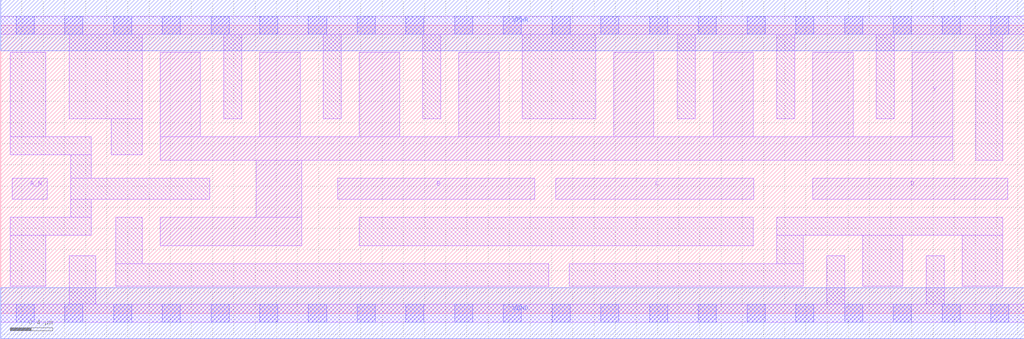
<source format=lef>
# Copyright 2020 The SkyWater PDK Authors
#
# Licensed under the Apache License, Version 2.0 (the "License");
# you may not use this file except in compliance with the License.
# You may obtain a copy of the License at
#
#     https://www.apache.org/licenses/LICENSE-2.0
#
# Unless required by applicable law or agreed to in writing, software
# distributed under the License is distributed on an "AS IS" BASIS,
# WITHOUT WARRANTIES OR CONDITIONS OF ANY KIND, either express or implied.
# See the License for the specific language governing permissions and
# limitations under the License.
#
# SPDX-License-Identifier: Apache-2.0

VERSION 5.7 ;
BUSBITCHARS "[]" ;
DIVIDERCHAR "/" ;
PROPERTYDEFINITIONS
  MACRO maskLayoutSubType STRING ;
  MACRO prCellType STRING ;
  MACRO originalViewName STRING ;
END PROPERTYDEFINITIONS
MACRO sky130_fd_sc_hdll__nand4b_4
  ORIGIN  0.000000  0.000000 ;
  CLASS CORE ;
  SYMMETRY X Y R90 ;
  SIZE  9.660000 BY  2.720000 ;
  SITE unithd ;
  PIN A_N
    ANTENNAGATEAREA  0.277500 ;
    DIRECTION INPUT ;
    USE SIGNAL ;
    PORT
      LAYER li1 ;
        RECT 0.110000 1.075000 0.440000 1.275000 ;
    END
  END A_N
  PIN B
    ANTENNAGATEAREA  1.110000 ;
    DIRECTION INPUT ;
    USE SIGNAL ;
    PORT
      LAYER li1 ;
        RECT 3.180000 1.075000 5.040000 1.275000 ;
    END
  END B
  PIN C
    ANTENNAGATEAREA  1.110000 ;
    DIRECTION INPUT ;
    USE SIGNAL ;
    PORT
      LAYER li1 ;
        RECT 5.240000 1.075000 7.110000 1.275000 ;
    END
  END C
  PIN D
    ANTENNAGATEAREA  1.110000 ;
    DIRECTION INPUT ;
    USE SIGNAL ;
    PORT
      LAYER li1 ;
        RECT 7.665000 1.075000 9.505000 1.275000 ;
    END
  END D
  PIN Y
    ANTENNADIFFAREA  2.736000 ;
    DIRECTION OUTPUT ;
    USE SIGNAL ;
    PORT
      LAYER li1 ;
        RECT 1.505000 0.635000 2.840000 0.905000 ;
        RECT 1.505000 1.445000 8.985000 1.665000 ;
        RECT 1.505000 1.665000 1.885000 2.465000 ;
        RECT 2.410000 0.905000 2.840000 1.445000 ;
        RECT 2.445000 1.665000 2.825000 2.465000 ;
        RECT 3.385000 1.665000 3.765000 2.465000 ;
        RECT 4.325000 1.665000 4.705000 2.465000 ;
        RECT 5.785000 1.665000 6.165000 2.465000 ;
        RECT 6.725000 1.665000 7.105000 2.465000 ;
        RECT 7.665000 1.665000 8.045000 2.465000 ;
        RECT 8.605000 1.665000 8.985000 2.465000 ;
    END
  END Y
  PIN VGND
    DIRECTION INOUT ;
    USE GROUND ;
    PORT
      LAYER met1 ;
        RECT 0.000000 -0.240000 9.660000 0.240000 ;
    END
  END VGND
  PIN VPWR
    DIRECTION INOUT ;
    USE POWER ;
    PORT
      LAYER met1 ;
        RECT 0.000000 2.480000 9.660000 2.960000 ;
    END
  END VPWR
  OBS
    LAYER li1 ;
      RECT 0.000000 -0.085000 9.660000 0.085000 ;
      RECT 0.000000  2.635000 9.660000 2.805000 ;
      RECT 0.090000  0.255000 0.425000 0.735000 ;
      RECT 0.090000  0.735000 0.855000 0.905000 ;
      RECT 0.090000  1.495000 0.855000 1.665000 ;
      RECT 0.090000  1.665000 0.425000 2.465000 ;
      RECT 0.645000  0.085000 0.895000 0.545000 ;
      RECT 0.645000  1.835000 1.335000 2.635000 ;
      RECT 0.660000  0.905000 0.855000 1.075000 ;
      RECT 0.660000  1.075000 1.975000 1.275000 ;
      RECT 0.660000  1.275000 0.855000 1.495000 ;
      RECT 1.045000  1.495000 1.335000 1.835000 ;
      RECT 1.085000  0.255000 5.175000 0.465000 ;
      RECT 1.085000  0.465000 1.335000 0.905000 ;
      RECT 2.105000  1.835000 2.275000 2.635000 ;
      RECT 3.045000  1.835000 3.215000 2.635000 ;
      RECT 3.385000  0.635000 7.105000 0.905000 ;
      RECT 3.985000  1.835000 4.155000 2.635000 ;
      RECT 4.925000  1.835000 5.615000 2.635000 ;
      RECT 5.365000  0.255000 7.575000 0.465000 ;
      RECT 6.385000  1.835000 6.555000 2.635000 ;
      RECT 7.325000  0.465000 7.575000 0.735000 ;
      RECT 7.325000  0.735000 9.460000 0.905000 ;
      RECT 7.325000  1.835000 7.495000 2.635000 ;
      RECT 7.795000  0.085000 7.965000 0.545000 ;
      RECT 8.135000  0.255000 8.515000 0.735000 ;
      RECT 8.265000  1.835000 8.435000 2.635000 ;
      RECT 8.735000  0.085000 8.905000 0.545000 ;
      RECT 9.075000  0.255000 9.460000 0.735000 ;
      RECT 9.205000  1.445000 9.460000 2.635000 ;
    LAYER mcon ;
      RECT 0.145000 -0.085000 0.315000 0.085000 ;
      RECT 0.145000  2.635000 0.315000 2.805000 ;
      RECT 0.605000 -0.085000 0.775000 0.085000 ;
      RECT 0.605000  2.635000 0.775000 2.805000 ;
      RECT 1.065000 -0.085000 1.235000 0.085000 ;
      RECT 1.065000  2.635000 1.235000 2.805000 ;
      RECT 1.525000 -0.085000 1.695000 0.085000 ;
      RECT 1.525000  2.635000 1.695000 2.805000 ;
      RECT 1.985000 -0.085000 2.155000 0.085000 ;
      RECT 1.985000  2.635000 2.155000 2.805000 ;
      RECT 2.445000 -0.085000 2.615000 0.085000 ;
      RECT 2.445000  2.635000 2.615000 2.805000 ;
      RECT 2.905000 -0.085000 3.075000 0.085000 ;
      RECT 2.905000  2.635000 3.075000 2.805000 ;
      RECT 3.365000 -0.085000 3.535000 0.085000 ;
      RECT 3.365000  2.635000 3.535000 2.805000 ;
      RECT 3.825000 -0.085000 3.995000 0.085000 ;
      RECT 3.825000  2.635000 3.995000 2.805000 ;
      RECT 4.285000 -0.085000 4.455000 0.085000 ;
      RECT 4.285000  2.635000 4.455000 2.805000 ;
      RECT 4.745000 -0.085000 4.915000 0.085000 ;
      RECT 4.745000  2.635000 4.915000 2.805000 ;
      RECT 5.205000 -0.085000 5.375000 0.085000 ;
      RECT 5.205000  2.635000 5.375000 2.805000 ;
      RECT 5.665000 -0.085000 5.835000 0.085000 ;
      RECT 5.665000  2.635000 5.835000 2.805000 ;
      RECT 6.125000 -0.085000 6.295000 0.085000 ;
      RECT 6.125000  2.635000 6.295000 2.805000 ;
      RECT 6.585000 -0.085000 6.755000 0.085000 ;
      RECT 6.585000  2.635000 6.755000 2.805000 ;
      RECT 7.045000 -0.085000 7.215000 0.085000 ;
      RECT 7.045000  2.635000 7.215000 2.805000 ;
      RECT 7.505000 -0.085000 7.675000 0.085000 ;
      RECT 7.505000  2.635000 7.675000 2.805000 ;
      RECT 7.965000 -0.085000 8.135000 0.085000 ;
      RECT 7.965000  2.635000 8.135000 2.805000 ;
      RECT 8.425000 -0.085000 8.595000 0.085000 ;
      RECT 8.425000  2.635000 8.595000 2.805000 ;
      RECT 8.885000 -0.085000 9.055000 0.085000 ;
      RECT 8.885000  2.635000 9.055000 2.805000 ;
      RECT 9.345000 -0.085000 9.515000 0.085000 ;
      RECT 9.345000  2.635000 9.515000 2.805000 ;
  END
  PROPERTY maskLayoutSubType "abstract" ;
  PROPERTY prCellType "standard" ;
  PROPERTY originalViewName "layout" ;
END sky130_fd_sc_hdll__nand4b_4

</source>
